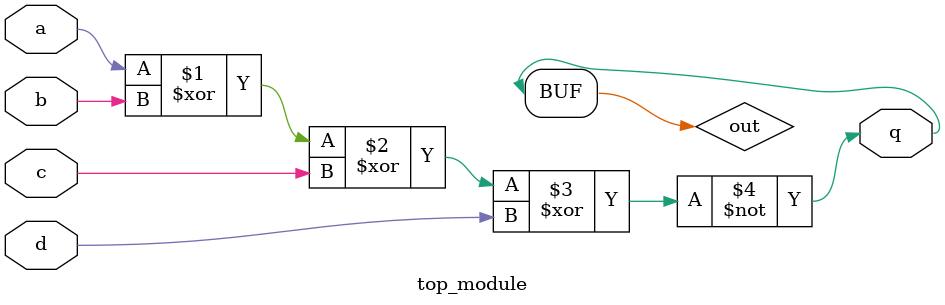
<source format=sv>
module top_module (
    input a, 
    input b, 
    input c, 
    input d,
    output q
);

    wire out;

    assign out = ~(a ^ b ^ c ^ d);
    assign q = out;

endmodule

</source>
